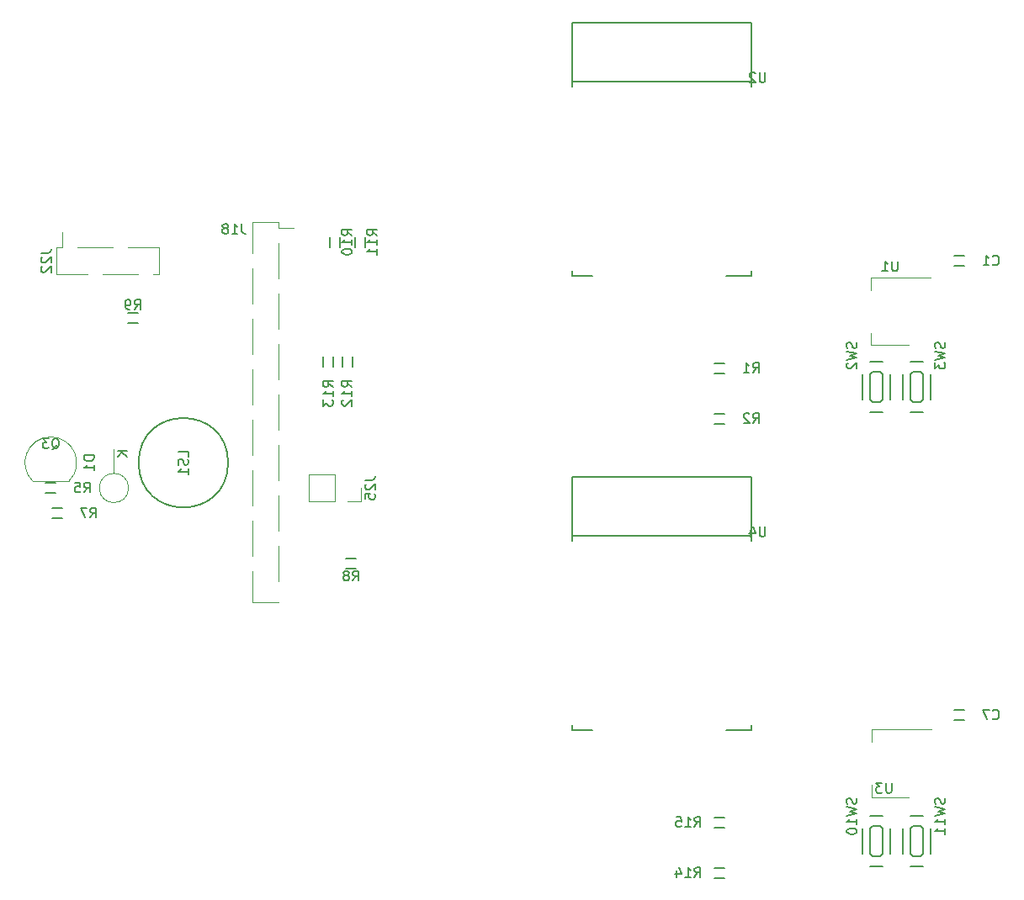
<source format=gbo>
G04 #@! TF.GenerationSoftware,KiCad,Pcbnew,(5.1.5)-3*
G04 #@! TF.CreationDate,2020-09-25T18:15:40+09:00*
G04 #@! TF.ProjectId,lefthand,6c656674-6861-46e6-942e-6b696361645f,rev?*
G04 #@! TF.SameCoordinates,Original*
G04 #@! TF.FileFunction,Legend,Bot*
G04 #@! TF.FilePolarity,Positive*
%FSLAX46Y46*%
G04 Gerber Fmt 4.6, Leading zero omitted, Abs format (unit mm)*
G04 Created by KiCad (PCBNEW (5.1.5)-3) date 2020-09-25 18:15:40*
%MOMM*%
%LPD*%
G04 APERTURE LIST*
%ADD10C,0.150000*%
%ADD11C,0.120000*%
G04 APERTURE END LIST*
D10*
X115697000Y-51308000D02*
X116713000Y-51308000D01*
X116713000Y-50292000D02*
X115697000Y-50292000D01*
X115697000Y-97028000D02*
X116713000Y-97028000D01*
X116713000Y-96012000D02*
X115697000Y-96012000D01*
X42600000Y-71120000D02*
G75*
G03X42600000Y-71120000I-4500000J0D01*
G01*
D11*
X22926522Y-72958478D02*
G75*
G02X24765000Y-68520000I1838478J1838478D01*
G01*
X26603478Y-72958478D02*
G75*
G03X24765000Y-68520000I-1838478J1838478D01*
G01*
X26565000Y-72970000D02*
X22965000Y-72970000D01*
D10*
X92583000Y-61087000D02*
X91567000Y-61087000D01*
X91567000Y-62103000D02*
X92583000Y-62103000D01*
X91567000Y-67183000D02*
X92583000Y-67183000D01*
X92583000Y-66167000D02*
X91567000Y-66167000D01*
X24257000Y-74168000D02*
X25273000Y-74168000D01*
X25273000Y-73152000D02*
X24257000Y-73152000D01*
X24892000Y-76708000D02*
X25908000Y-76708000D01*
X25908000Y-75692000D02*
X24892000Y-75692000D01*
X54483000Y-81788000D02*
X55499000Y-81788000D01*
X55499000Y-80772000D02*
X54483000Y-80772000D01*
X33528000Y-56007000D02*
X32512000Y-56007000D01*
X32512000Y-57023000D02*
X33528000Y-57023000D01*
X52832000Y-48387000D02*
X52832000Y-49403000D01*
X53848000Y-49403000D02*
X53848000Y-48387000D01*
X55372000Y-48387000D02*
X55372000Y-49403000D01*
X56388000Y-49403000D02*
X56388000Y-48387000D01*
X54102000Y-60452000D02*
X54102000Y-61468000D01*
X55118000Y-61468000D02*
X55118000Y-60452000D01*
X91567000Y-112903000D02*
X92583000Y-112903000D01*
X92583000Y-111887000D02*
X91567000Y-111887000D01*
X92583000Y-106807000D02*
X91567000Y-106807000D01*
X91567000Y-107823000D02*
X92583000Y-107823000D01*
X108458000Y-64770000D02*
X108204000Y-65024000D01*
X108458000Y-62230000D02*
X108458000Y-64770000D01*
X108204000Y-61976000D02*
X108458000Y-62230000D01*
X107442000Y-61976000D02*
X108204000Y-61976000D01*
X107188000Y-62230000D02*
X107442000Y-61976000D01*
X107188000Y-64770000D02*
X107188000Y-62230000D01*
X107442000Y-65024000D02*
X107188000Y-64770000D01*
X108204000Y-65024000D02*
X107442000Y-65024000D01*
X108458000Y-60960000D02*
X107188000Y-60960000D01*
X109220000Y-62230000D02*
X109220000Y-64770000D01*
X106426000Y-64770000D02*
X106426000Y-62230000D01*
X108458000Y-66040000D02*
X107188000Y-66040000D01*
X111252000Y-62230000D02*
X111506000Y-61976000D01*
X111252000Y-64770000D02*
X111252000Y-62230000D01*
X111506000Y-65024000D02*
X111252000Y-64770000D01*
X112268000Y-65024000D02*
X111506000Y-65024000D01*
X112522000Y-64770000D02*
X112268000Y-65024000D01*
X112522000Y-62230000D02*
X112522000Y-64770000D01*
X112268000Y-61976000D02*
X112522000Y-62230000D01*
X111506000Y-61976000D02*
X112268000Y-61976000D01*
X111252000Y-66040000D02*
X112522000Y-66040000D01*
X110490000Y-64770000D02*
X110490000Y-62230000D01*
X113284000Y-62230000D02*
X113284000Y-64770000D01*
X111252000Y-60960000D02*
X112522000Y-60960000D01*
X108458000Y-110490000D02*
X108204000Y-110744000D01*
X108458000Y-107950000D02*
X108458000Y-110490000D01*
X108204000Y-107696000D02*
X108458000Y-107950000D01*
X107442000Y-107696000D02*
X108204000Y-107696000D01*
X107188000Y-107950000D02*
X107442000Y-107696000D01*
X107188000Y-110490000D02*
X107188000Y-107950000D01*
X107442000Y-110744000D02*
X107188000Y-110490000D01*
X108204000Y-110744000D02*
X107442000Y-110744000D01*
X108458000Y-106680000D02*
X107188000Y-106680000D01*
X109220000Y-107950000D02*
X109220000Y-110490000D01*
X106426000Y-110490000D02*
X106426000Y-107950000D01*
X108458000Y-111760000D02*
X107188000Y-111760000D01*
X111252000Y-107950000D02*
X111506000Y-107696000D01*
X111252000Y-110490000D02*
X111252000Y-107950000D01*
X111506000Y-110744000D02*
X111252000Y-110490000D01*
X112268000Y-110744000D02*
X111506000Y-110744000D01*
X112522000Y-110490000D02*
X112268000Y-110744000D01*
X112522000Y-107950000D02*
X112522000Y-110490000D01*
X112268000Y-107696000D02*
X112522000Y-107950000D01*
X111506000Y-107696000D02*
X112268000Y-107696000D01*
X111252000Y-111760000D02*
X112522000Y-111760000D01*
X110490000Y-110490000D02*
X110490000Y-107950000D01*
X113284000Y-107950000D02*
X113284000Y-110490000D01*
X111252000Y-106680000D02*
X112522000Y-106680000D01*
X95250000Y-52290000D02*
X95250000Y-51790000D01*
X92750000Y-52290000D02*
X95250000Y-52290000D01*
X77250000Y-52290000D02*
X77250000Y-51790000D01*
X79250000Y-52290000D02*
X77250000Y-52290000D01*
X95250000Y-32790000D02*
X95250000Y-33290000D01*
X77250000Y-32790000D02*
X95250000Y-32790000D01*
X77250000Y-33290000D02*
X77250000Y-32790000D01*
X77250000Y-26790000D02*
X77250000Y-32790000D01*
X95250000Y-26790000D02*
X77250000Y-26790000D01*
X95250000Y-32790000D02*
X95250000Y-26790000D01*
D11*
X113345000Y-97950000D02*
X107335000Y-97950000D01*
X111095000Y-104770000D02*
X107335000Y-104770000D01*
X107335000Y-97950000D02*
X107335000Y-99210000D01*
X107335000Y-104770000D02*
X107335000Y-103510000D01*
D10*
X95250000Y-98010000D02*
X95250000Y-97510000D01*
X92750000Y-98010000D02*
X95250000Y-98010000D01*
X77250000Y-98010000D02*
X77250000Y-97510000D01*
X79250000Y-98010000D02*
X77250000Y-98010000D01*
X95250000Y-78510000D02*
X95250000Y-79010000D01*
X77250000Y-78510000D02*
X95250000Y-78510000D01*
X77250000Y-79010000D02*
X77250000Y-78510000D01*
X77250000Y-72510000D02*
X77250000Y-78510000D01*
X95250000Y-72510000D02*
X77250000Y-72510000D01*
X95250000Y-78510000D02*
X95250000Y-72510000D01*
X53213000Y-61468000D02*
X53213000Y-60452000D01*
X52197000Y-60452000D02*
X52197000Y-61468000D01*
D11*
X32510000Y-49470000D02*
X35620000Y-49470000D01*
X27430000Y-49470000D02*
X30990000Y-49470000D01*
X29970000Y-52130000D02*
X33530000Y-52130000D01*
X35050000Y-52130000D02*
X35620000Y-52130000D01*
X25340000Y-49470000D02*
X25910000Y-49470000D01*
X25910000Y-49470000D02*
X25910000Y-47950000D01*
X25340000Y-52130000D02*
X28450000Y-52130000D01*
X35620000Y-49470000D02*
X35620000Y-52130000D01*
X25340000Y-49470000D02*
X25340000Y-52130000D01*
X47685000Y-79500000D02*
X47685000Y-83060000D01*
X47685000Y-74420000D02*
X47685000Y-77980000D01*
X47685000Y-69340000D02*
X47685000Y-72900000D01*
X47685000Y-64260000D02*
X47685000Y-67820000D01*
X47685000Y-59180000D02*
X47685000Y-62740000D01*
X47685000Y-54100000D02*
X47685000Y-57660000D01*
X47685000Y-49020000D02*
X47685000Y-52580000D01*
X45025000Y-82040000D02*
X45025000Y-85150000D01*
X45025000Y-76960000D02*
X45025000Y-80520000D01*
X45025000Y-71880000D02*
X45025000Y-75440000D01*
X45025000Y-66800000D02*
X45025000Y-70360000D01*
X45025000Y-61720000D02*
X45025000Y-65280000D01*
X45025000Y-56640000D02*
X45025000Y-60200000D01*
X45025000Y-51560000D02*
X45025000Y-55120000D01*
X45025000Y-84580000D02*
X45025000Y-85150000D01*
X47685000Y-46930000D02*
X47685000Y-47500000D01*
X47685000Y-47500000D02*
X49205000Y-47500000D01*
X45025000Y-46930000D02*
X45025000Y-50040000D01*
X47685000Y-85150000D02*
X45025000Y-85150000D01*
X47685000Y-46930000D02*
X45025000Y-46930000D01*
X55940000Y-74990000D02*
X55940000Y-73660000D01*
X54610000Y-74990000D02*
X55940000Y-74990000D01*
X53340000Y-74990000D02*
X53340000Y-72330000D01*
X53340000Y-72330000D02*
X50740000Y-72330000D01*
X53340000Y-74990000D02*
X50740000Y-74990000D01*
X50740000Y-74990000D02*
X50740000Y-72330000D01*
X113320000Y-52470000D02*
X107310000Y-52470000D01*
X111070000Y-59290000D02*
X107310000Y-59290000D01*
X107310000Y-52470000D02*
X107310000Y-53730000D01*
X107310000Y-59290000D02*
X107310000Y-58030000D01*
X31115000Y-72190000D02*
X31115000Y-69780000D01*
X32585000Y-73660000D02*
G75*
G03X32585000Y-73660000I-1470000J0D01*
G01*
D10*
X119546666Y-51157142D02*
X119594285Y-51204761D01*
X119737142Y-51252380D01*
X119832380Y-51252380D01*
X119975238Y-51204761D01*
X120070476Y-51109523D01*
X120118095Y-51014285D01*
X120165714Y-50823809D01*
X120165714Y-50680952D01*
X120118095Y-50490476D01*
X120070476Y-50395238D01*
X119975238Y-50300000D01*
X119832380Y-50252380D01*
X119737142Y-50252380D01*
X119594285Y-50300000D01*
X119546666Y-50347619D01*
X118594285Y-51252380D02*
X119165714Y-51252380D01*
X118880000Y-51252380D02*
X118880000Y-50252380D01*
X118975238Y-50395238D01*
X119070476Y-50490476D01*
X119165714Y-50538095D01*
X119546666Y-96877142D02*
X119594285Y-96924761D01*
X119737142Y-96972380D01*
X119832380Y-96972380D01*
X119975238Y-96924761D01*
X120070476Y-96829523D01*
X120118095Y-96734285D01*
X120165714Y-96543809D01*
X120165714Y-96400952D01*
X120118095Y-96210476D01*
X120070476Y-96115238D01*
X119975238Y-96020000D01*
X119832380Y-95972380D01*
X119737142Y-95972380D01*
X119594285Y-96020000D01*
X119546666Y-96067619D01*
X119213333Y-95972380D02*
X118546666Y-95972380D01*
X118975238Y-96972380D01*
X38592380Y-70477142D02*
X38592380Y-70000952D01*
X37592380Y-70000952D01*
X38544761Y-70762857D02*
X38592380Y-70905714D01*
X38592380Y-71143809D01*
X38544761Y-71239047D01*
X38497142Y-71286666D01*
X38401904Y-71334285D01*
X38306666Y-71334285D01*
X38211428Y-71286666D01*
X38163809Y-71239047D01*
X38116190Y-71143809D01*
X38068571Y-70953333D01*
X38020952Y-70858095D01*
X37973333Y-70810476D01*
X37878095Y-70762857D01*
X37782857Y-70762857D01*
X37687619Y-70810476D01*
X37640000Y-70858095D01*
X37592380Y-70953333D01*
X37592380Y-71191428D01*
X37640000Y-71334285D01*
X38592380Y-72286666D02*
X38592380Y-71715238D01*
X38592380Y-72000952D02*
X37592380Y-72000952D01*
X37735238Y-71905714D01*
X37830476Y-71810476D01*
X37878095Y-71715238D01*
X24860238Y-69762619D02*
X24955476Y-69715000D01*
X25050714Y-69619761D01*
X25193571Y-69476904D01*
X25288809Y-69429285D01*
X25384047Y-69429285D01*
X25336428Y-69667380D02*
X25431666Y-69619761D01*
X25526904Y-69524523D01*
X25574523Y-69334047D01*
X25574523Y-69000714D01*
X25526904Y-68810238D01*
X25431666Y-68715000D01*
X25336428Y-68667380D01*
X25145952Y-68667380D01*
X25050714Y-68715000D01*
X24955476Y-68810238D01*
X24907857Y-69000714D01*
X24907857Y-69334047D01*
X24955476Y-69524523D01*
X25050714Y-69619761D01*
X25145952Y-69667380D01*
X25336428Y-69667380D01*
X24574523Y-68667380D02*
X23955476Y-68667380D01*
X24288809Y-69048333D01*
X24145952Y-69048333D01*
X24050714Y-69095952D01*
X24003095Y-69143571D01*
X23955476Y-69238809D01*
X23955476Y-69476904D01*
X24003095Y-69572142D01*
X24050714Y-69619761D01*
X24145952Y-69667380D01*
X24431666Y-69667380D01*
X24526904Y-69619761D01*
X24574523Y-69572142D01*
X95416666Y-62047380D02*
X95750000Y-61571190D01*
X95988095Y-62047380D02*
X95988095Y-61047380D01*
X95607142Y-61047380D01*
X95511904Y-61095000D01*
X95464285Y-61142619D01*
X95416666Y-61237857D01*
X95416666Y-61380714D01*
X95464285Y-61475952D01*
X95511904Y-61523571D01*
X95607142Y-61571190D01*
X95988095Y-61571190D01*
X94464285Y-62047380D02*
X95035714Y-62047380D01*
X94750000Y-62047380D02*
X94750000Y-61047380D01*
X94845238Y-61190238D01*
X94940476Y-61285476D01*
X95035714Y-61333095D01*
X95416666Y-67127380D02*
X95750000Y-66651190D01*
X95988095Y-67127380D02*
X95988095Y-66127380D01*
X95607142Y-66127380D01*
X95511904Y-66175000D01*
X95464285Y-66222619D01*
X95416666Y-66317857D01*
X95416666Y-66460714D01*
X95464285Y-66555952D01*
X95511904Y-66603571D01*
X95607142Y-66651190D01*
X95988095Y-66651190D01*
X95035714Y-66222619D02*
X94988095Y-66175000D01*
X94892857Y-66127380D01*
X94654761Y-66127380D01*
X94559523Y-66175000D01*
X94511904Y-66222619D01*
X94464285Y-66317857D01*
X94464285Y-66413095D01*
X94511904Y-66555952D01*
X95083333Y-67127380D01*
X94464285Y-67127380D01*
X28106666Y-74112380D02*
X28440000Y-73636190D01*
X28678095Y-74112380D02*
X28678095Y-73112380D01*
X28297142Y-73112380D01*
X28201904Y-73160000D01*
X28154285Y-73207619D01*
X28106666Y-73302857D01*
X28106666Y-73445714D01*
X28154285Y-73540952D01*
X28201904Y-73588571D01*
X28297142Y-73636190D01*
X28678095Y-73636190D01*
X27201904Y-73112380D02*
X27678095Y-73112380D01*
X27725714Y-73588571D01*
X27678095Y-73540952D01*
X27582857Y-73493333D01*
X27344761Y-73493333D01*
X27249523Y-73540952D01*
X27201904Y-73588571D01*
X27154285Y-73683809D01*
X27154285Y-73921904D01*
X27201904Y-74017142D01*
X27249523Y-74064761D01*
X27344761Y-74112380D01*
X27582857Y-74112380D01*
X27678095Y-74064761D01*
X27725714Y-74017142D01*
X28741666Y-76652380D02*
X29075000Y-76176190D01*
X29313095Y-76652380D02*
X29313095Y-75652380D01*
X28932142Y-75652380D01*
X28836904Y-75700000D01*
X28789285Y-75747619D01*
X28741666Y-75842857D01*
X28741666Y-75985714D01*
X28789285Y-76080952D01*
X28836904Y-76128571D01*
X28932142Y-76176190D01*
X29313095Y-76176190D01*
X28408333Y-75652380D02*
X27741666Y-75652380D01*
X28170238Y-76652380D01*
X55157666Y-83002380D02*
X55491000Y-82526190D01*
X55729095Y-83002380D02*
X55729095Y-82002380D01*
X55348142Y-82002380D01*
X55252904Y-82050000D01*
X55205285Y-82097619D01*
X55157666Y-82192857D01*
X55157666Y-82335714D01*
X55205285Y-82430952D01*
X55252904Y-82478571D01*
X55348142Y-82526190D01*
X55729095Y-82526190D01*
X54586238Y-82430952D02*
X54681476Y-82383333D01*
X54729095Y-82335714D01*
X54776714Y-82240476D01*
X54776714Y-82192857D01*
X54729095Y-82097619D01*
X54681476Y-82050000D01*
X54586238Y-82002380D01*
X54395761Y-82002380D01*
X54300523Y-82050000D01*
X54252904Y-82097619D01*
X54205285Y-82192857D01*
X54205285Y-82240476D01*
X54252904Y-82335714D01*
X54300523Y-82383333D01*
X54395761Y-82430952D01*
X54586238Y-82430952D01*
X54681476Y-82478571D01*
X54729095Y-82526190D01*
X54776714Y-82621428D01*
X54776714Y-82811904D01*
X54729095Y-82907142D01*
X54681476Y-82954761D01*
X54586238Y-83002380D01*
X54395761Y-83002380D01*
X54300523Y-82954761D01*
X54252904Y-82907142D01*
X54205285Y-82811904D01*
X54205285Y-82621428D01*
X54252904Y-82526190D01*
X54300523Y-82478571D01*
X54395761Y-82430952D01*
X33186666Y-55697380D02*
X33520000Y-55221190D01*
X33758095Y-55697380D02*
X33758095Y-54697380D01*
X33377142Y-54697380D01*
X33281904Y-54745000D01*
X33234285Y-54792619D01*
X33186666Y-54887857D01*
X33186666Y-55030714D01*
X33234285Y-55125952D01*
X33281904Y-55173571D01*
X33377142Y-55221190D01*
X33758095Y-55221190D01*
X32710476Y-55697380D02*
X32520000Y-55697380D01*
X32424761Y-55649761D01*
X32377142Y-55602142D01*
X32281904Y-55459285D01*
X32234285Y-55268809D01*
X32234285Y-54887857D01*
X32281904Y-54792619D01*
X32329523Y-54745000D01*
X32424761Y-54697380D01*
X32615238Y-54697380D01*
X32710476Y-54745000D01*
X32758095Y-54792619D01*
X32805714Y-54887857D01*
X32805714Y-55125952D01*
X32758095Y-55221190D01*
X32710476Y-55268809D01*
X32615238Y-55316428D01*
X32424761Y-55316428D01*
X32329523Y-55268809D01*
X32281904Y-55221190D01*
X32234285Y-55125952D01*
X55062380Y-48252142D02*
X54586190Y-47918809D01*
X55062380Y-47680714D02*
X54062380Y-47680714D01*
X54062380Y-48061666D01*
X54110000Y-48156904D01*
X54157619Y-48204523D01*
X54252857Y-48252142D01*
X54395714Y-48252142D01*
X54490952Y-48204523D01*
X54538571Y-48156904D01*
X54586190Y-48061666D01*
X54586190Y-47680714D01*
X55062380Y-49204523D02*
X55062380Y-48633095D01*
X55062380Y-48918809D02*
X54062380Y-48918809D01*
X54205238Y-48823571D01*
X54300476Y-48728333D01*
X54348095Y-48633095D01*
X54062380Y-49823571D02*
X54062380Y-49918809D01*
X54110000Y-50014047D01*
X54157619Y-50061666D01*
X54252857Y-50109285D01*
X54443333Y-50156904D01*
X54681428Y-50156904D01*
X54871904Y-50109285D01*
X54967142Y-50061666D01*
X55014761Y-50014047D01*
X55062380Y-49918809D01*
X55062380Y-49823571D01*
X55014761Y-49728333D01*
X54967142Y-49680714D01*
X54871904Y-49633095D01*
X54681428Y-49585476D01*
X54443333Y-49585476D01*
X54252857Y-49633095D01*
X54157619Y-49680714D01*
X54110000Y-49728333D01*
X54062380Y-49823571D01*
X57602380Y-48252142D02*
X57126190Y-47918809D01*
X57602380Y-47680714D02*
X56602380Y-47680714D01*
X56602380Y-48061666D01*
X56650000Y-48156904D01*
X56697619Y-48204523D01*
X56792857Y-48252142D01*
X56935714Y-48252142D01*
X57030952Y-48204523D01*
X57078571Y-48156904D01*
X57126190Y-48061666D01*
X57126190Y-47680714D01*
X57602380Y-49204523D02*
X57602380Y-48633095D01*
X57602380Y-48918809D02*
X56602380Y-48918809D01*
X56745238Y-48823571D01*
X56840476Y-48728333D01*
X56888095Y-48633095D01*
X57602380Y-50156904D02*
X57602380Y-49585476D01*
X57602380Y-49871190D02*
X56602380Y-49871190D01*
X56745238Y-49775952D01*
X56840476Y-49680714D01*
X56888095Y-49585476D01*
X55062380Y-63492142D02*
X54586190Y-63158809D01*
X55062380Y-62920714D02*
X54062380Y-62920714D01*
X54062380Y-63301666D01*
X54110000Y-63396904D01*
X54157619Y-63444523D01*
X54252857Y-63492142D01*
X54395714Y-63492142D01*
X54490952Y-63444523D01*
X54538571Y-63396904D01*
X54586190Y-63301666D01*
X54586190Y-62920714D01*
X55062380Y-64444523D02*
X55062380Y-63873095D01*
X55062380Y-64158809D02*
X54062380Y-64158809D01*
X54205238Y-64063571D01*
X54300476Y-63968333D01*
X54348095Y-63873095D01*
X54157619Y-64825476D02*
X54110000Y-64873095D01*
X54062380Y-64968333D01*
X54062380Y-65206428D01*
X54110000Y-65301666D01*
X54157619Y-65349285D01*
X54252857Y-65396904D01*
X54348095Y-65396904D01*
X54490952Y-65349285D01*
X55062380Y-64777857D01*
X55062380Y-65396904D01*
X89542857Y-112847380D02*
X89876190Y-112371190D01*
X90114285Y-112847380D02*
X90114285Y-111847380D01*
X89733333Y-111847380D01*
X89638095Y-111895000D01*
X89590476Y-111942619D01*
X89542857Y-112037857D01*
X89542857Y-112180714D01*
X89590476Y-112275952D01*
X89638095Y-112323571D01*
X89733333Y-112371190D01*
X90114285Y-112371190D01*
X88590476Y-112847380D02*
X89161904Y-112847380D01*
X88876190Y-112847380D02*
X88876190Y-111847380D01*
X88971428Y-111990238D01*
X89066666Y-112085476D01*
X89161904Y-112133095D01*
X87733333Y-112180714D02*
X87733333Y-112847380D01*
X87971428Y-111799761D02*
X88209523Y-112514047D01*
X87590476Y-112514047D01*
X89542857Y-107767380D02*
X89876190Y-107291190D01*
X90114285Y-107767380D02*
X90114285Y-106767380D01*
X89733333Y-106767380D01*
X89638095Y-106815000D01*
X89590476Y-106862619D01*
X89542857Y-106957857D01*
X89542857Y-107100714D01*
X89590476Y-107195952D01*
X89638095Y-107243571D01*
X89733333Y-107291190D01*
X90114285Y-107291190D01*
X88590476Y-107767380D02*
X89161904Y-107767380D01*
X88876190Y-107767380D02*
X88876190Y-106767380D01*
X88971428Y-106910238D01*
X89066666Y-107005476D01*
X89161904Y-107053095D01*
X87685714Y-106767380D02*
X88161904Y-106767380D01*
X88209523Y-107243571D01*
X88161904Y-107195952D01*
X88066666Y-107148333D01*
X87828571Y-107148333D01*
X87733333Y-107195952D01*
X87685714Y-107243571D01*
X87638095Y-107338809D01*
X87638095Y-107576904D01*
X87685714Y-107672142D01*
X87733333Y-107719761D01*
X87828571Y-107767380D01*
X88066666Y-107767380D01*
X88161904Y-107719761D01*
X88209523Y-107672142D01*
X105814761Y-58991666D02*
X105862380Y-59134523D01*
X105862380Y-59372619D01*
X105814761Y-59467857D01*
X105767142Y-59515476D01*
X105671904Y-59563095D01*
X105576666Y-59563095D01*
X105481428Y-59515476D01*
X105433809Y-59467857D01*
X105386190Y-59372619D01*
X105338571Y-59182142D01*
X105290952Y-59086904D01*
X105243333Y-59039285D01*
X105148095Y-58991666D01*
X105052857Y-58991666D01*
X104957619Y-59039285D01*
X104910000Y-59086904D01*
X104862380Y-59182142D01*
X104862380Y-59420238D01*
X104910000Y-59563095D01*
X104862380Y-59896428D02*
X105862380Y-60134523D01*
X105148095Y-60325000D01*
X105862380Y-60515476D01*
X104862380Y-60753571D01*
X104957619Y-61086904D02*
X104910000Y-61134523D01*
X104862380Y-61229761D01*
X104862380Y-61467857D01*
X104910000Y-61563095D01*
X104957619Y-61610714D01*
X105052857Y-61658333D01*
X105148095Y-61658333D01*
X105290952Y-61610714D01*
X105862380Y-61039285D01*
X105862380Y-61658333D01*
X114704761Y-58991666D02*
X114752380Y-59134523D01*
X114752380Y-59372619D01*
X114704761Y-59467857D01*
X114657142Y-59515476D01*
X114561904Y-59563095D01*
X114466666Y-59563095D01*
X114371428Y-59515476D01*
X114323809Y-59467857D01*
X114276190Y-59372619D01*
X114228571Y-59182142D01*
X114180952Y-59086904D01*
X114133333Y-59039285D01*
X114038095Y-58991666D01*
X113942857Y-58991666D01*
X113847619Y-59039285D01*
X113800000Y-59086904D01*
X113752380Y-59182142D01*
X113752380Y-59420238D01*
X113800000Y-59563095D01*
X113752380Y-59896428D02*
X114752380Y-60134523D01*
X114038095Y-60325000D01*
X114752380Y-60515476D01*
X113752380Y-60753571D01*
X113752380Y-61039285D02*
X113752380Y-61658333D01*
X114133333Y-61325000D01*
X114133333Y-61467857D01*
X114180952Y-61563095D01*
X114228571Y-61610714D01*
X114323809Y-61658333D01*
X114561904Y-61658333D01*
X114657142Y-61610714D01*
X114704761Y-61563095D01*
X114752380Y-61467857D01*
X114752380Y-61182142D01*
X114704761Y-61086904D01*
X114657142Y-61039285D01*
X105814761Y-104870476D02*
X105862380Y-105013333D01*
X105862380Y-105251428D01*
X105814761Y-105346666D01*
X105767142Y-105394285D01*
X105671904Y-105441904D01*
X105576666Y-105441904D01*
X105481428Y-105394285D01*
X105433809Y-105346666D01*
X105386190Y-105251428D01*
X105338571Y-105060952D01*
X105290952Y-104965714D01*
X105243333Y-104918095D01*
X105148095Y-104870476D01*
X105052857Y-104870476D01*
X104957619Y-104918095D01*
X104910000Y-104965714D01*
X104862380Y-105060952D01*
X104862380Y-105299047D01*
X104910000Y-105441904D01*
X104862380Y-105775238D02*
X105862380Y-106013333D01*
X105148095Y-106203809D01*
X105862380Y-106394285D01*
X104862380Y-106632380D01*
X105862380Y-107537142D02*
X105862380Y-106965714D01*
X105862380Y-107251428D02*
X104862380Y-107251428D01*
X105005238Y-107156190D01*
X105100476Y-107060952D01*
X105148095Y-106965714D01*
X104862380Y-108156190D02*
X104862380Y-108251428D01*
X104910000Y-108346666D01*
X104957619Y-108394285D01*
X105052857Y-108441904D01*
X105243333Y-108489523D01*
X105481428Y-108489523D01*
X105671904Y-108441904D01*
X105767142Y-108394285D01*
X105814761Y-108346666D01*
X105862380Y-108251428D01*
X105862380Y-108156190D01*
X105814761Y-108060952D01*
X105767142Y-108013333D01*
X105671904Y-107965714D01*
X105481428Y-107918095D01*
X105243333Y-107918095D01*
X105052857Y-107965714D01*
X104957619Y-108013333D01*
X104910000Y-108060952D01*
X104862380Y-108156190D01*
X114704761Y-104870476D02*
X114752380Y-105013333D01*
X114752380Y-105251428D01*
X114704761Y-105346666D01*
X114657142Y-105394285D01*
X114561904Y-105441904D01*
X114466666Y-105441904D01*
X114371428Y-105394285D01*
X114323809Y-105346666D01*
X114276190Y-105251428D01*
X114228571Y-105060952D01*
X114180952Y-104965714D01*
X114133333Y-104918095D01*
X114038095Y-104870476D01*
X113942857Y-104870476D01*
X113847619Y-104918095D01*
X113800000Y-104965714D01*
X113752380Y-105060952D01*
X113752380Y-105299047D01*
X113800000Y-105441904D01*
X113752380Y-105775238D02*
X114752380Y-106013333D01*
X114038095Y-106203809D01*
X114752380Y-106394285D01*
X113752380Y-106632380D01*
X114752380Y-107537142D02*
X114752380Y-106965714D01*
X114752380Y-107251428D02*
X113752380Y-107251428D01*
X113895238Y-107156190D01*
X113990476Y-107060952D01*
X114038095Y-106965714D01*
X114752380Y-108489523D02*
X114752380Y-107918095D01*
X114752380Y-108203809D02*
X113752380Y-108203809D01*
X113895238Y-108108571D01*
X113990476Y-108013333D01*
X114038095Y-107918095D01*
X96646904Y-31837380D02*
X96646904Y-32646904D01*
X96599285Y-32742142D01*
X96551666Y-32789761D01*
X96456428Y-32837380D01*
X96265952Y-32837380D01*
X96170714Y-32789761D01*
X96123095Y-32742142D01*
X96075476Y-32646904D01*
X96075476Y-31837380D01*
X95646904Y-31932619D02*
X95599285Y-31885000D01*
X95504047Y-31837380D01*
X95265952Y-31837380D01*
X95170714Y-31885000D01*
X95123095Y-31932619D01*
X95075476Y-32027857D01*
X95075476Y-32123095D01*
X95123095Y-32265952D01*
X95694523Y-32837380D01*
X95075476Y-32837380D01*
X109371904Y-103352380D02*
X109371904Y-104161904D01*
X109324285Y-104257142D01*
X109276666Y-104304761D01*
X109181428Y-104352380D01*
X108990952Y-104352380D01*
X108895714Y-104304761D01*
X108848095Y-104257142D01*
X108800476Y-104161904D01*
X108800476Y-103352380D01*
X108419523Y-103352380D02*
X107800476Y-103352380D01*
X108133809Y-103733333D01*
X107990952Y-103733333D01*
X107895714Y-103780952D01*
X107848095Y-103828571D01*
X107800476Y-103923809D01*
X107800476Y-104161904D01*
X107848095Y-104257142D01*
X107895714Y-104304761D01*
X107990952Y-104352380D01*
X108276666Y-104352380D01*
X108371904Y-104304761D01*
X108419523Y-104257142D01*
X96646904Y-77557380D02*
X96646904Y-78366904D01*
X96599285Y-78462142D01*
X96551666Y-78509761D01*
X96456428Y-78557380D01*
X96265952Y-78557380D01*
X96170714Y-78509761D01*
X96123095Y-78462142D01*
X96075476Y-78366904D01*
X96075476Y-77557380D01*
X95170714Y-77890714D02*
X95170714Y-78557380D01*
X95408809Y-77509761D02*
X95646904Y-78224047D01*
X95027857Y-78224047D01*
X53157380Y-63492142D02*
X52681190Y-63158809D01*
X53157380Y-62920714D02*
X52157380Y-62920714D01*
X52157380Y-63301666D01*
X52205000Y-63396904D01*
X52252619Y-63444523D01*
X52347857Y-63492142D01*
X52490714Y-63492142D01*
X52585952Y-63444523D01*
X52633571Y-63396904D01*
X52681190Y-63301666D01*
X52681190Y-62920714D01*
X53157380Y-64444523D02*
X53157380Y-63873095D01*
X53157380Y-64158809D02*
X52157380Y-64158809D01*
X52300238Y-64063571D01*
X52395476Y-63968333D01*
X52443095Y-63873095D01*
X52157380Y-64777857D02*
X52157380Y-65396904D01*
X52538333Y-65063571D01*
X52538333Y-65206428D01*
X52585952Y-65301666D01*
X52633571Y-65349285D01*
X52728809Y-65396904D01*
X52966904Y-65396904D01*
X53062142Y-65349285D01*
X53109761Y-65301666D01*
X53157380Y-65206428D01*
X53157380Y-64920714D01*
X53109761Y-64825476D01*
X53062142Y-64777857D01*
X23792380Y-49990476D02*
X24506666Y-49990476D01*
X24649523Y-49942857D01*
X24744761Y-49847619D01*
X24792380Y-49704761D01*
X24792380Y-49609523D01*
X23887619Y-50419047D02*
X23840000Y-50466666D01*
X23792380Y-50561904D01*
X23792380Y-50800000D01*
X23840000Y-50895238D01*
X23887619Y-50942857D01*
X23982857Y-50990476D01*
X24078095Y-50990476D01*
X24220952Y-50942857D01*
X24792380Y-50371428D01*
X24792380Y-50990476D01*
X23887619Y-51371428D02*
X23840000Y-51419047D01*
X23792380Y-51514285D01*
X23792380Y-51752380D01*
X23840000Y-51847619D01*
X23887619Y-51895238D01*
X23982857Y-51942857D01*
X24078095Y-51942857D01*
X24220952Y-51895238D01*
X24792380Y-51323809D01*
X24792380Y-51942857D01*
X43989523Y-47077380D02*
X43989523Y-47791666D01*
X44037142Y-47934523D01*
X44132380Y-48029761D01*
X44275238Y-48077380D01*
X44370476Y-48077380D01*
X42989523Y-48077380D02*
X43560952Y-48077380D01*
X43275238Y-48077380D02*
X43275238Y-47077380D01*
X43370476Y-47220238D01*
X43465714Y-47315476D01*
X43560952Y-47363095D01*
X42418095Y-47505952D02*
X42513333Y-47458333D01*
X42560952Y-47410714D01*
X42608571Y-47315476D01*
X42608571Y-47267857D01*
X42560952Y-47172619D01*
X42513333Y-47125000D01*
X42418095Y-47077380D01*
X42227619Y-47077380D01*
X42132380Y-47125000D01*
X42084761Y-47172619D01*
X42037142Y-47267857D01*
X42037142Y-47315476D01*
X42084761Y-47410714D01*
X42132380Y-47458333D01*
X42227619Y-47505952D01*
X42418095Y-47505952D01*
X42513333Y-47553571D01*
X42560952Y-47601190D01*
X42608571Y-47696428D01*
X42608571Y-47886904D01*
X42560952Y-47982142D01*
X42513333Y-48029761D01*
X42418095Y-48077380D01*
X42227619Y-48077380D01*
X42132380Y-48029761D01*
X42084761Y-47982142D01*
X42037142Y-47886904D01*
X42037142Y-47696428D01*
X42084761Y-47601190D01*
X42132380Y-47553571D01*
X42227619Y-47505952D01*
X56392380Y-72850476D02*
X57106666Y-72850476D01*
X57249523Y-72802857D01*
X57344761Y-72707619D01*
X57392380Y-72564761D01*
X57392380Y-72469523D01*
X56487619Y-73279047D02*
X56440000Y-73326666D01*
X56392380Y-73421904D01*
X56392380Y-73660000D01*
X56440000Y-73755238D01*
X56487619Y-73802857D01*
X56582857Y-73850476D01*
X56678095Y-73850476D01*
X56820952Y-73802857D01*
X57392380Y-73231428D01*
X57392380Y-73850476D01*
X56392380Y-74755238D02*
X56392380Y-74279047D01*
X56868571Y-74231428D01*
X56820952Y-74279047D01*
X56773333Y-74374285D01*
X56773333Y-74612380D01*
X56820952Y-74707619D01*
X56868571Y-74755238D01*
X56963809Y-74802857D01*
X57201904Y-74802857D01*
X57297142Y-74755238D01*
X57344761Y-74707619D01*
X57392380Y-74612380D01*
X57392380Y-74374285D01*
X57344761Y-74279047D01*
X57297142Y-74231428D01*
X109981904Y-50832380D02*
X109981904Y-51641904D01*
X109934285Y-51737142D01*
X109886666Y-51784761D01*
X109791428Y-51832380D01*
X109600952Y-51832380D01*
X109505714Y-51784761D01*
X109458095Y-51737142D01*
X109410476Y-51641904D01*
X109410476Y-50832380D01*
X108410476Y-51832380D02*
X108981904Y-51832380D01*
X108696190Y-51832380D02*
X108696190Y-50832380D01*
X108791428Y-50975238D01*
X108886666Y-51070476D01*
X108981904Y-51118095D01*
X29097380Y-70381904D02*
X28097380Y-70381904D01*
X28097380Y-70620000D01*
X28145000Y-70762857D01*
X28240238Y-70858095D01*
X28335476Y-70905714D01*
X28525952Y-70953333D01*
X28668809Y-70953333D01*
X28859285Y-70905714D01*
X28954523Y-70858095D01*
X29049761Y-70762857D01*
X29097380Y-70620000D01*
X29097380Y-70381904D01*
X29097380Y-71905714D02*
X29097380Y-71334285D01*
X29097380Y-71620000D02*
X28097380Y-71620000D01*
X28240238Y-71524761D01*
X28335476Y-71429523D01*
X28383095Y-71334285D01*
X32467380Y-69918095D02*
X31467380Y-69918095D01*
X32467380Y-70489523D02*
X31895952Y-70060952D01*
X31467380Y-70489523D02*
X32038809Y-69918095D01*
M02*

</source>
